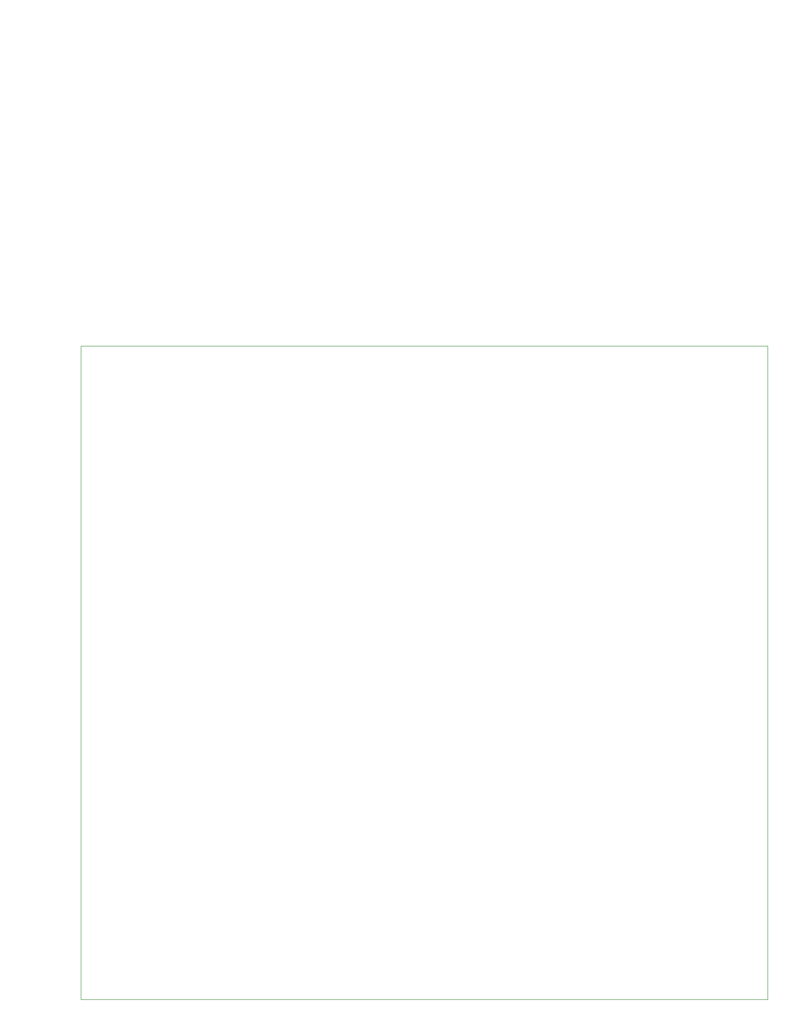
<source format=gbr>
%TF.GenerationSoftware,Altium Limited,Altium Designer,18.1.9 (240)*%
G04 Layer_Color=0*
%FSLAX26Y26*%
%MOIN*%
%TF.FileFunction,Profile,NP*%
%TF.Part,Single*%
G01*
G75*
%TA.AperFunction,Profile*%
%ADD82C,0.001000*%
G36*
X1720000Y8231000D02*
D01*
D02*
G37*
G36*
X6271658Y2594854D02*
D01*
D02*
G37*
D82*
X2157000Y1360000D02*
X7001000Y1360000D01*
X7000999Y5963000D01*
X2157000Y5962999D01*
X2157000Y1360000D01*
%TF.MD5,5a1192523557b77204c7ba07d24ad5cb*%
M02*

</source>
